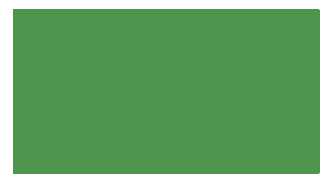
<source format=gbr>
%TF.GenerationSoftware,KiCad,Pcbnew,(6.0.10)*%
%TF.CreationDate,2023-05-27T15:47:13+03:00*%
%TF.ProjectId,BSF_5,4253465f-352e-46b6-9963-61645f706362,rev?*%
%TF.SameCoordinates,Original*%
%TF.FileFunction,Copper,L3,Inr*%
%TF.FilePolarity,Positive*%
%FSLAX46Y46*%
G04 Gerber Fmt 4.6, Leading zero omitted, Abs format (unit mm)*
G04 Created by KiCad (PCBNEW (6.0.10)) date 2023-05-27 15:47:13*
%MOMM*%
%LPD*%
G01*
G04 APERTURE LIST*
%TA.AperFunction,ViaPad*%
%ADD10C,0.800000*%
%TD*%
G04 APERTURE END LIST*
D10*
%TO.N,GND*%
X141000000Y-81250000D03*
X138000000Y-81250000D03*
X116750000Y-93500000D03*
X141000000Y-93500000D03*
X133400000Y-93500000D03*
X124650000Y-93500000D03*
X120000000Y-81250000D03*
X118500000Y-93500000D03*
X120000000Y-93500000D03*
X117000000Y-90000000D03*
X117000000Y-81250000D03*
X141000000Y-90000000D03*
X139500000Y-90000000D03*
X129400000Y-93500000D03*
X117000000Y-85000000D03*
X139500000Y-85000000D03*
X138000000Y-85000000D03*
X123650000Y-93500000D03*
X139500000Y-93500000D03*
X118500000Y-90000000D03*
X118500000Y-85000000D03*
X138000000Y-90000000D03*
X141000000Y-85000000D03*
X139500000Y-81250000D03*
X118500000Y-81250000D03*
X128400000Y-93500000D03*
X120000000Y-85000000D03*
X134400000Y-93500000D03*
X137750000Y-93500000D03*
X120000000Y-90000000D03*
%TD*%
%TA.AperFunction,Conductor*%
%TO.N,GND*%
G36*
X141933621Y-80278502D02*
G01*
X141980114Y-80332158D01*
X141991500Y-80384500D01*
X141991500Y-94115500D01*
X141971498Y-94183621D01*
X141917842Y-94230114D01*
X141865500Y-94241500D01*
X116134500Y-94241500D01*
X116066379Y-94221498D01*
X116019886Y-94167842D01*
X116008500Y-94115500D01*
X116008500Y-80384500D01*
X116028502Y-80316379D01*
X116082158Y-80269886D01*
X116134500Y-80258500D01*
X141865500Y-80258500D01*
X141933621Y-80278502D01*
G37*
%TD.AperFunction*%
%TD*%
M02*

</source>
